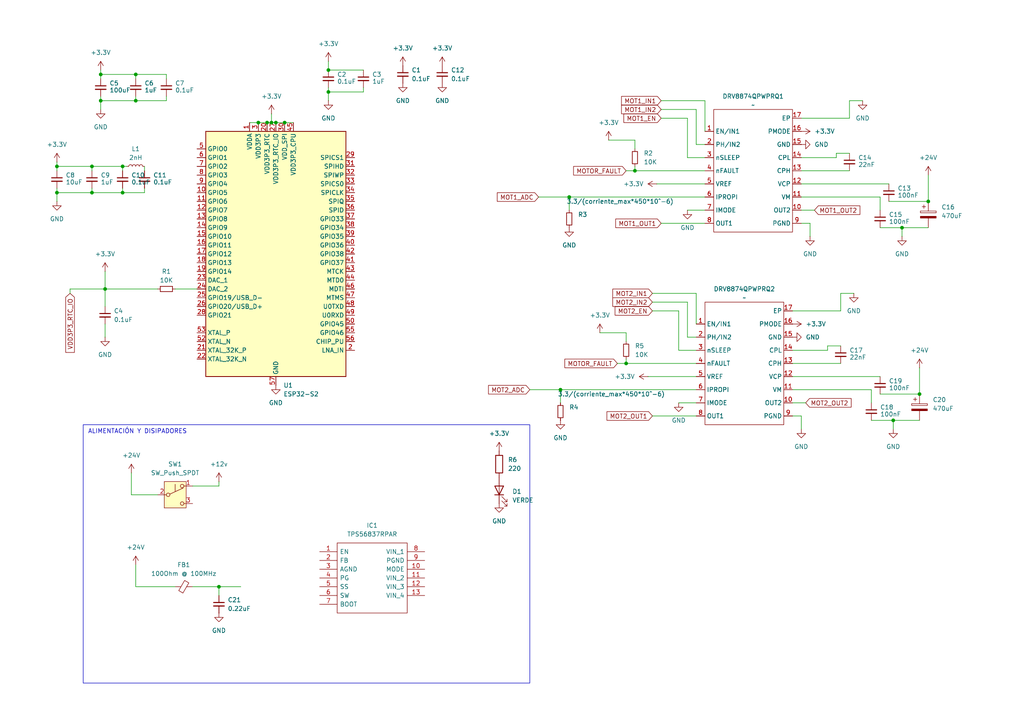
<source format=kicad_sch>
(kicad_sch (version 20231120) (generator "eeschema") (generator_version "8.0")
  (paper "A4")
  (lib_symbols
    (symbol "Device:C_Polarized" (pin_numbers hide) (pin_names (offset 0.254))
      (property "Reference" "C" (at 0.635 2.54 0))
      (property "Value" "C_Polarized" (at 0.635 -2.54 0))
      (symbol "C_Polarized_0_1"
        (rectangle (start -2.286 0.508) (end 2.286 1.016))
        (polyline (pts (xy -1.778 2.286) (xy -0.762 2.286)))
        (polyline (pts (xy -1.27 2.794) (xy -1.27 1.778)))
        (rectangle (start 2.286 -0.508) (end -2.286 -1.016) (fill (type outline)))
      )
      (symbol "C_Polarized_1_1"
        (pin passive line (at 0 3.81 270) (length 2.794) (name "~") (number "1"))
        (pin passive line (at 0 -3.81 90) (length 2.794) (name "~") (number "2"))
      )
    )
    (symbol "Device:C_Small" (pin_numbers hide) (pin_names (offset 0.254) hide)
      (property "Reference" "C" (at 0.254 1.778 0))
      (property "Value" "C_Small" (at 0.254 -2.032 0))
      (symbol "C_Small_0_1"
        (polyline (pts (xy -1.524 -0.508) (xy 1.524 -0.508)) (stroke (width 0.3302)))
        (polyline (pts (xy -1.524 0.508) (xy 1.524 0.508)) (stroke (width 0.3048)))
      )
      (symbol "C_Small_1_1"
        (pin passive line (at 0 2.54 270) (length 2.032) (name "~") (number "1"))
        (pin passive line (at 0 -2.54 90) (length 2.032) (name "~") (number "2"))
      )
    )
    (symbol "Device:FerriteBead_Small" (pin_numbers hide) (pin_names (offset 0))
      (property "Reference" "FB" (at 1.905 1.27 0))
      (property "Value" "FerriteBead_Small" (at 1.905 -1.27 0))
      (symbol "FerriteBead_Small_0_1"
        (polyline (pts (xy 0 -1.27) (xy 0 -0.7874)))
        (polyline (pts (xy 0 0.889) (xy 0 1.2954)))
        (polyline (pts (xy -1.8288 0.2794) (xy -1.1176 1.4986) (xy 1.8288 -0.2032) (xy 1.1176 -1.4224) (xy -1.8288 0.2794)))
      )
      (symbol "FerriteBead_Small_1_1"
        (pin passive line (at 0 2.54 270) (length 1.27) (name "~") (number "1"))
        (pin passive line (at 0 -2.54 90) (length 1.27) (name "~") (number "2"))
      )
    )
    (symbol "Device:LED" (pin_numbers hide) (pin_names (offset 1.016) hide)
      (property "Reference" "D" (at 0 2.54 0))
      (property "Value" "LED" (at 0 -2.54 0))
      (symbol "LED_0_1"
        (polyline (pts (xy -1.27 -1.27) (xy -1.27 1.27)) (stroke (width 0.254)))
        (polyline (pts (xy -1.27 0) (xy 1.27 0)))
        (polyline (pts (xy 1.27 -1.27) (xy 1.27 1.27) (xy -1.27 0) (xy 1.27 -1.27)) (stroke (width 0.254)))
        (polyline (pts (xy -3.048 -0.762) (xy -4.572 -2.286) (xy -3.81 -2.286) (xy -4.572 -2.286) (xy -4.572 -1.524)))
        (polyline (pts (xy -1.778 -0.762) (xy -3.302 -2.286) (xy -2.54 -2.286) (xy -3.302 -2.286) (xy -3.302 -1.524)))
      )
      (symbol "LED_1_1"
        (pin passive line (at -3.81 0 0) (length 2.54) (name "K") (number "1"))
        (pin passive line (at 3.81 0 180) (length 2.54) (name "A") (number "2"))
      )
    )
    (symbol "Device:L_Small" (pin_numbers hide) (pin_names (offset 0.254) hide)
      (property "Reference" "L" (at 0.762 1.016 0))
      (property "Value" "L_Small" (at 0.762 -1.016 0))
      (symbol "L_Small_0_1"
        (arc (start 0 -2.032) (mid 0.5058 -1.524) (end 0 -1.016))
        (arc (start 0 -1.016) (mid 0.5058 -0.508) (end 0 0))
        (arc (start 0 0) (mid 0.5058 0.508) (end 0 1.016))
        (arc (start 0 1.016) (mid 0.5058 1.524) (end 0 2.032))
      )
      (symbol "L_Small_1_1"
        (pin passive line (at 0 2.54 270) (length 0.508) (name "~") (number "1"))
        (pin passive line (at 0 -2.54 90) (length 0.508) (name "~") (number "2"))
      )
    )
    (symbol "Device:R" (pin_numbers hide) (pin_names (offset 0))
      (property "Reference" "R" (at 2.032 0 90))
      (property "Value" "R" (at 0 0 90))
      (symbol "R_0_1"
        (rectangle (start -1.016 -2.54) (end 1.016 2.54) (stroke (width 0.254)))
      )
      (symbol "R_1_1"
        (pin passive line (at 0 3.81 270) (length 1.27) (name "~") (number "1"))
        (pin passive line (at 0 -3.81 90) (length 1.27) (name "~") (number "2"))
      )
    )
    (symbol "Device:R_Small" (pin_numbers hide) (pin_names (offset 0.254) hide)
      (property "Reference" "R" (at 0.762 0.508 0))
      (property "Value" "R_Small" (at 0.762 -1.016 0))
      (symbol "R_Small_0_1"
        (rectangle (start -0.762 1.778) (end 0.762 -1.778) (stroke (width 0.2032)))
      )
      (symbol "R_Small_1_1"
        (pin passive line (at 0 2.54 270) (length 0.762) (name "~") (number "1"))
        (pin passive line (at 0 -2.54 90) (length 0.762) (name "~") (number "2"))
      )
    )
    (symbol "FoBo2:DRV8874QPWPRQ1"
      (property "Reference" "U" (at 0 0 0))
      (symbol "DRV8874QPWPRQ1_0_1"
        (rectangle (start 0 -33.02) (end 22.86 2.54))
      )
      (symbol "DRV8874QPWPRQ1_1_1"
        (pin input line (at -2.54 -3.81 0) (length 2.54) (name "EN/IN1") (number "1"))
        (pin input line (at 25.4 -26.67 180) (length 2.54) (name "OUT2") (number "10"))
        (pin input line (at 25.4 -22.86 180) (length 2.54) (name "VM") (number "11"))
        (pin input line (at 25.4 -19.05 180) (length 2.54) (name "VCP") (number "12"))
        (pin input line (at 25.4 -15.24 180) (length 2.54) (name "CPH") (number "13"))
        (pin input line (at 25.4 -11.43 180) (length 2.54) (name "CPL") (number "14"))
        (pin input line (at 25.4 -7.62 180) (length 2.54) (name "GND") (number "15"))
        (pin input line (at 25.4 -3.81 180) (length 2.54) (name "PMODE") (number "16"))
        (pin input line (at 25.4 0 180) (length 2.54) (name "EP") (number "17"))
        (pin input line (at -2.54 -7.62 0) (length 2.54) (name "PH/IN2") (number "2"))
        (pin input line (at -2.54 -11.43 0) (length 2.54) (name "nSLEEP") (number "3"))
        (pin input line (at -2.54 -15.24 0) (length 2.54) (name "nFAULT") (number "4"))
        (pin input line (at -2.54 -19.05 0) (length 2.54) (name "VREF") (number "5"))
        (pin input line (at -2.54 -22.86 0) (length 2.54) (name "IPROPI") (number "6"))
        (pin input line (at -2.54 -26.67 0) (length 2.54) (name "IMODE") (number "7"))
        (pin input line (at -2.54 -30.48 0) (length 2.54) (name "OUT1") (number "8"))
        (pin input line (at 25.4 -30.48 180) (length 2.54) (name "PGND") (number "9"))
      )
    )
    (symbol "FoBo2:TPS56837RPAR" (pin_names (offset 0.762))
      (property "Reference" "IC" (at 26.67 7.62 0))
      (property "Value" "TPS56837RPAR" (at 26.67 5.08 0))
      (symbol "TPS56837RPAR_0_0"
        (pin passive line (at 0 0 0) (length 5.08) (name "EN") (number "1"))
        (pin passive line (at 30.48 -5.08 180) (length 5.08) (name "MODE") (number "10"))
        (pin passive line (at 30.48 -7.62 180) (length 5.08) (name "VIN_2") (number "11"))
        (pin passive line (at 30.48 -10.16 180) (length 5.08) (name "VIN_3") (number "12"))
        (pin passive line (at 30.48 -12.7 180) (length 5.08) (name "VIN_4") (number "13"))
        (pin passive line (at 0 -2.54 0) (length 5.08) (name "FB") (number "2"))
        (pin passive line (at 0 -5.08 0) (length 5.08) (name "AGND") (number "3"))
        (pin passive line (at 0 -7.62 0) (length 5.08) (name "PG") (number "4"))
        (pin passive line (at 0 -10.16 0) (length 5.08) (name "SS") (number "5"))
        (pin passive line (at 0 -12.7 0) (length 5.08) (name "SW") (number "6"))
        (pin passive line (at 0 -15.24 0) (length 5.08) (name "BOOT") (number "7"))
        (pin passive line (at 30.48 0 180) (length 5.08) (name "VIN_1") (number "8"))
        (pin passive line (at 30.48 -2.54 180) (length 5.08) (name "PGND") (number "9"))
      )
      (symbol "TPS56837RPAR_0_1"
        (polyline (pts (xy 5.08 2.54) (xy 25.4 2.54) (xy 25.4 -17.78) (xy 5.08 -17.78) (xy 5.08 2.54)) (stroke (width 0.1524)))
      )
    )
    (symbol "MCU_Espressif:ESP32-S2"
      (property "Reference" "U" (at 12.7 -38.1 0))
      (property "Value" "ESP32-S2" (at 16.51 -40.64 0))
      (symbol "ESP32-S2_0_1"
        (rectangle (start -20.32 35.56) (end 20.32 -35.56) (stroke (width 0.254)) (fill (type background)))
      )
      (symbol "ESP32-S2_1_1"
        (pin power_in line (at -7.62 38.1 270) (length 2.54) (name "VDDA") (number "1"))
        (pin bidirectional line (at -22.86 17.78 0) (length 2.54) (name "GPIO5") (number "10"))
        (pin bidirectional line (at -22.86 15.24 0) (length 2.54) (name "GPIO6") (number "11"))
        (pin bidirectional line (at -22.86 12.7 0) (length 2.54) (name "GPIO7") (number "12"))
        (pin bidirectional line (at -22.86 10.16 0) (length 2.54) (name "GPIO8") (number "13"))
        (pin bidirectional line (at -22.86 7.62 0) (length 2.54) (name "GPIO9") (number "14"))
        (pin bidirectional line (at -22.86 5.08 0) (length 2.54) (name "GPIO10") (number "15"))
        (pin bidirectional line (at -22.86 2.54 0) (length 2.54) (name "GPIO11") (number "16"))
        (pin bidirectional line (at -22.86 0 0) (length 2.54) (name "GPIO12") (number "17"))
        (pin bidirectional line (at -22.86 -2.54 0) (length 2.54) (name "GPIO13") (number "18"))
        (pin bidirectional line (at -22.86 -5.08 0) (length 2.54) (name "GPIO14") (number "19"))
        (pin bidirectional line (at 22.86 -27.94 180) (length 2.54) (name "LNA_IN") (number "2"))
        (pin power_in line (at -2.54 38.1 270) (length 2.54) (name "VDD3P3_RTC") (number "20"))
        (pin passive line (at -22.86 -27.94 0) (length 2.54) (name "XTAL_32K_P") (number "21"))
        (pin passive line (at -22.86 -30.48 0) (length 2.54) (name "XTAL_32K_N") (number "22"))
        (pin bidirectional line (at -22.86 -7.62 0) (length 2.54) (name "DAC_1") (number "23"))
        (pin bidirectional line (at -22.86 -10.16 0) (length 2.54) (name "DAC_2") (number "24"))
        (pin bidirectional line (at -22.86 -12.7 0) (length 2.54) (name "GPIO19/USB_D-") (number "25"))
        (pin bidirectional line (at -22.86 -15.24 0) (length 2.54) (name "GPIO20/USB_D+") (number "26"))
        (pin power_in line (at 0 38.1 270) (length 2.54) (name "VDD3P3_RTC_IO") (number "27"))
        (pin bidirectional line (at -22.86 -17.78 0) (length 2.54) (name "GPIO21") (number "28"))
        (pin bidirectional line (at 22.86 27.94 180) (length 2.54) (name "SPICS1") (number "29"))
        (pin power_in line (at -5.08 38.1 270) (length 2.54) (name "VDD3P3") (number "3"))
        (pin power_out line (at 2.54 38.1 270) (length 2.54) (name "VDD_SPI") (number "30"))
        (pin bidirectional line (at 22.86 25.4 180) (length 2.54) (name "SPIHD") (number "31"))
        (pin bidirectional line (at 22.86 22.86 180) (length 2.54) (name "SPIWP") (number "32"))
        (pin bidirectional line (at 22.86 20.32 180) (length 2.54) (name "SPICS0") (number "33"))
        (pin bidirectional line (at 22.86 17.78 180) (length 2.54) (name "SPICLK") (number "34"))
        (pin bidirectional line (at 22.86 15.24 180) (length 2.54) (name "SPIQ") (number "35"))
        (pin bidirectional line (at 22.86 12.7 180) (length 2.54) (name "SPID") (number "36"))
        (pin bidirectional line (at 22.86 10.16 180) (length 2.54) (name "GPIO33") (number "37"))
        (pin bidirectional line (at 22.86 7.62 180) (length 2.54) (name "GPIO34") (number "38"))
        (pin bidirectional line (at 22.86 5.08 180) (length 2.54) (name "GPIO35") (number "39"))
        (pin passive line (at -5.08 38.1 270) (length 2.54) hide (name "VDD3P3") (number "4"))
        (pin bidirectional line (at 22.86 2.54 180) (length 2.54) (name "GPIO36") (number "40"))
        (pin bidirectional line (at 22.86 -2.54 180) (length 2.54) (name "GPIO37") (number "41"))
        (pin bidirectional line (at 22.86 0 180) (length 2.54) (name "GPIO38") (number "42"))
        (pin bidirectional line (at 22.86 -5.08 180) (length 2.54) (name "MTCK") (number "43"))
        (pin bidirectional line (at 22.86 -7.62 180) (length 2.54) (name "MTD0") (number "44"))
        (pin power_in line (at 5.08 38.1 270) (length 2.54) (name "VDD3P3_CPU") (number "45"))
        (pin bidirectional line (at 22.86 -10.16 180) (length 2.54) (name "MDTI") (number "46"))
        (pin bidirectional line (at 22.86 -12.7 180) (length 2.54) (name "MTMS") (number "47"))
        (pin bidirectional line (at 22.86 -15.24 180) (length 2.54) (name "U0TXD") (number "48"))
        (pin bidirectional line (at 22.86 -17.78 180) (length 2.54) (name "U0RXD") (number "49"))
        (pin bidirectional line (at -22.86 30.48 0) (length 2.54) (name "GPIO0") (number "5"))
        (pin bidirectional line (at 22.86 -20.32 180) (length 2.54) (name "GPIO45") (number "50"))
        (pin passive line (at -7.62 38.1 270) (length 2.54) hide (name "VDDA") (number "51"))
        (pin output line (at -22.86 -25.4 0) (length 2.54) (name "XTAL_N") (number "52"))
        (pin input line (at -22.86 -22.86 0) (length 2.54) (name "XTAL_P") (number "53"))
        (pin passive line (at -7.62 38.1 270) (length 2.54) hide (name "VDDA") (number "54"))
        (pin input line (at 22.86 -22.86 180) (length 2.54) (name "GPIO46") (number "55"))
        (pin input line (at 22.86 -25.4 180) (length 2.54) (name "CHIP_PU") (number "56"))
        (pin power_in line (at 0 -38.1 90) (length 2.54) (name "GND") (number "57"))
        (pin bidirectional line (at -22.86 27.94 0) (length 2.54) (name "GPIO1") (number "6"))
        (pin bidirectional line (at -22.86 25.4 0) (length 2.54) (name "GPIO2") (number "7"))
        (pin bidirectional line (at -22.86 22.86 0) (length 2.54) (name "GPIO3") (number "8"))
        (pin bidirectional line (at -22.86 20.32 0) (length 2.54) (name "GPIO4") (number "9"))
      )
    )
    (symbol "Switch:SW_Push_SPDT" (pin_names (offset 0) hide)
      (property "Reference" "SW" (at 0 5.08 0))
      (property "Value" "SW_Push_SPDT" (at 0 -5.08 0))
      (symbol "SW_Push_SPDT_0_0"
        (circle (center -2.032 0) (radius 0.508))
        (polyline (pts (xy 0 1.016) (xy 0 3.048)))
        (circle (center 2.032 -2.54) (radius 0.508))
      )
      (symbol "SW_Push_SPDT_0_1"
        (polyline (pts (xy -1.524 0.2032) (xy 2.3368 1.9812)))
        (circle (center 2.032 2.54) (radius 0.508))
      )
      (symbol "SW_Push_SPDT_1_1"
        (rectangle (start -3.175 3.81) (end 3.175 -3.81) (fill (type background)))
        (pin passive line (at 5.08 2.54 180) (length 2.54) (name "A") (number "1"))
        (pin passive line (at -5.08 0 0) (length 2.54) (name "B") (number "2"))
        (pin passive line (at 5.08 -2.54 180) (length 2.54) (name "C") (number "3"))
      )
    )
    (symbol "power:+3.3V" (power) (pin_numbers hide) (pin_names (offset 0) hide)
      (property "Value" "+3.3V" (at 0 3.556 0))
      (symbol "+3.3V_0_1"
        (polyline (pts (xy -0.762 1.27) (xy 0 2.54)))
        (polyline (pts (xy 0 0) (xy 0 2.54)))
        (polyline (pts (xy 0 2.54) (xy 0.762 1.27)))
      )
      (symbol "+3.3V_1_1"
        (pin power_in line (at 0 0 90) (length 0) (name "~") (number "1"))
      )
    )
    (symbol "power:GND" (power) (pin_numbers hide) (pin_names (offset 0) hide)
      (property "Value" "GND" (at 0 -3.81 0))
      (symbol "GND_0_1"
        (polyline (pts (xy 0 0) (xy 0 -1.27) (xy 1.27 -1.27) (xy 0 -2.54) (xy -1.27 -1.27) (xy 0 -1.27)))
      )
      (symbol "GND_1_1"
        (pin power_in line (at 0 0 270) (length 0) (name "~") (number "1"))
      )
    )
  )
  (junction (at 80.01 35.56))
  (junction (at 82.55 35.56))
  (junction (at 181.61 105.41))
  (junction (at 95.25 20.32))
  (junction (at 261.62 66.04))
  (junction (at 30.48 83.82))
  (junction (at 77.47 35.56))
  (junction (at 29.21 21.59))
  (junction (at 266.7 114.3))
  (junction (at 269.24 58.42))
  (junction (at 35.56 55.88))
  (junction (at 29.21 29.21))
  (junction (at 26.67 48.26))
  (junction (at 184.15 49.53))
  (junction (at 259.08 121.92))
  (junction (at 16.51 55.88))
  (junction (at 162.56 113.03))
  (junction (at 16.51 48.26))
  (junction (at 63.5 170.18))
  (junction (at 74.93 35.56))
  (junction (at 39.37 29.21))
  (junction (at 165.1 57.15))
  (junction (at 95.25 26.67))
  (junction (at 39.37 21.59))
  (junction (at 26.67 55.88))
  (junction (at 78.74 35.56))
  (junction (at 35.56 48.26))
  (wire (pts (xy 252.73 113.03) (xy 252.73 116.84)))
  (wire (pts (xy 191.77 34.29) (xy 199.39 34.29)))
  (wire (pts (xy 181.61 96.52) (xy 181.61 99.06)))
  (wire (pts (xy 229.87 116.84) (xy 233.68 116.84)))
  (wire (pts (xy 63.5 170.18) (xy 63.5 172.72)))
  (wire (pts (xy 48.26 29.21) (xy 39.37 29.21)))
  (wire (pts (xy 16.51 46.99) (xy 16.51 48.26)))
  (wire (pts (xy 39.37 170.18) (xy 50.8 170.18)))
  (wire (pts (xy 232.41 34.29) (xy 246.38 34.29)))
  (wire (pts (xy 29.21 29.21) (xy 29.21 27.94)))
  (wire (pts (xy 229.87 105.41) (xy 243.84 105.41)))
  (wire (pts (xy 176.53 40.64) (xy 184.15 40.64)))
  (wire (pts (xy 232.41 45.72) (xy 242.57 45.72)))
  (wire (pts (xy 95.25 26.67) (xy 95.25 25.4)))
  (wire (pts (xy 199.39 97.79) (xy 201.93 97.79)))
  (wire (pts (xy 232.41 60.96) (xy 236.22 60.96)))
  (wire (pts (xy 48.26 22.86) (xy 48.26 21.59)))
  (wire (pts (xy 55.88 170.18) (xy 63.5 170.18)))
  (wire (pts (xy 72.39 35.56) (xy 74.93 35.56)))
  (wire (pts (xy 105.41 25.4) (xy 105.41 26.67)))
  (wire (pts (xy 36.83 48.26) (xy 35.56 48.26)))
  (wire (pts (xy 229.87 120.65) (xy 232.41 120.65)))
  (wire (pts (xy 78.74 35.56) (xy 80.01 35.56)))
  (wire (pts (xy 16.51 48.26) (xy 26.67 48.26)))
  (wire (pts (xy 38.1 143.51) (xy 45.72 143.51)))
  (wire (pts (xy 204.47 29.21) (xy 204.47 38.1)))
  (wire (pts (xy 184.15 49.53) (xy 204.47 49.53)))
  (wire (pts (xy 95.25 20.32) (xy 105.41 20.32)))
  (wire (pts (xy 165.1 60.96) (xy 165.1 57.15)))
  (wire (pts (xy 201.93 85.09) (xy 201.93 93.98)))
  (wire (pts (xy 30.48 78.74) (xy 30.48 83.82)))
  (wire (pts (xy 16.51 55.88) (xy 16.51 54.61)))
  (wire (pts (xy 243.84 85.09) (xy 247.65 85.09)))
  (wire (pts (xy 63.5 139.7) (xy 63.5 140.97)))
  (wire (pts (xy 35.56 49.53) (xy 35.56 48.26)))
  (wire (pts (xy 26.67 55.88) (xy 16.51 55.88)))
  (wire (pts (xy 269.24 50.8) (xy 269.24 58.42)))
  (wire (pts (xy 30.48 93.98) (xy 30.48 97.79)))
  (wire (pts (xy 232.41 49.53) (xy 246.38 49.53)))
  (wire (pts (xy 257.81 58.42) (xy 269.24 58.42)))
  (wire (pts (xy 16.51 48.26) (xy 16.51 49.53)))
  (wire (pts (xy 48.26 27.94) (xy 48.26 29.21)))
  (wire (pts (xy 201.93 116.84) (xy 196.85 116.84)))
  (wire (pts (xy 196.85 90.17) (xy 196.85 101.6)))
  (wire (pts (xy 232.41 64.77) (xy 234.95 64.77)))
  (wire (pts (xy 95.25 17.78) (xy 95.25 20.32)))
  (wire (pts (xy 229.87 113.03) (xy 252.73 113.03)))
  (wire (pts (xy 39.37 27.94) (xy 39.37 29.21)))
  (wire (pts (xy 63.5 140.97) (xy 55.88 140.97)))
  (wire (pts (xy 156.21 57.15) (xy 165.1 57.15)))
  (wire (pts (xy 63.5 170.18) (xy 69.85 170.18)))
  (wire (pts (xy 29.21 20.32) (xy 29.21 21.59)))
  (wire (pts (xy 259.08 121.92) (xy 259.08 124.46)))
  (wire (pts (xy 232.41 57.15) (xy 255.27 57.15)))
  (wire (pts (xy 189.23 120.65) (xy 201.93 120.65)))
  (wire (pts (xy 266.7 106.68) (xy 266.7 114.3)))
  (wire (pts (xy 41.91 49.53) (xy 41.91 48.26)))
  (wire (pts (xy 26.67 54.61) (xy 26.67 55.88)))
  (wire (pts (xy 191.77 29.21) (xy 204.47 29.21)))
  (wire (pts (xy 189.23 85.09) (xy 201.93 85.09)))
  (wire (pts (xy 240.03 101.6) (xy 240.03 100.33)))
  (wire (pts (xy 39.37 29.21) (xy 29.21 29.21)))
  (wire (pts (xy 232.41 53.34) (xy 257.81 53.34)))
  (wire (pts (xy 153.67 113.03) (xy 162.56 113.03)))
  (wire (pts (xy 80.01 35.56) (xy 82.55 35.56)))
  (wire (pts (xy 229.87 109.22) (xy 255.27 109.22)))
  (wire (pts (xy 74.93 35.56) (xy 77.47 35.56)))
  (wire (pts (xy 181.61 105.41) (xy 201.93 105.41)))
  (wire (pts (xy 41.91 55.88) (xy 35.56 55.88)))
  (wire (pts (xy 261.62 66.04) (xy 269.24 66.04)))
  (wire (pts (xy 242.57 44.45) (xy 246.38 44.45)))
  (wire (pts (xy 232.41 120.65) (xy 232.41 124.46)))
  (wire (pts (xy 77.47 35.56) (xy 78.74 35.56)))
  (wire (pts (xy 16.51 58.42) (xy 16.51 55.88)))
  (wire (pts (xy 82.55 35.56) (xy 85.09 35.56)))
  (wire (pts (xy 259.08 121.92) (xy 266.7 121.92)))
  (wire (pts (xy 261.62 66.04) (xy 261.62 68.58)))
  (wire (pts (xy 191.77 64.77) (xy 204.47 64.77)))
  (wire (pts (xy 229.87 101.6) (xy 240.03 101.6)))
  (wire (pts (xy 255.27 114.3) (xy 266.7 114.3)))
  (wire (pts (xy 234.95 64.77) (xy 234.95 68.58)))
  (wire (pts (xy 187.96 109.22) (xy 201.93 109.22)))
  (wire (pts (xy 39.37 163.83) (xy 39.37 170.18)))
  (wire (pts (xy 173.99 96.52) (xy 181.61 96.52)))
  (wire (pts (xy 201.93 31.75) (xy 201.93 41.91)))
  (wire (pts (xy 78.74 33.02) (xy 78.74 35.56)))
  (wire (pts (xy 162.56 113.03) (xy 201.93 113.03)))
  (wire (pts (xy 246.38 29.21) (xy 250.19 29.21)))
  (wire (pts (xy 184.15 48.26) (xy 184.15 49.53)))
  (wire (pts (xy 181.61 104.14) (xy 181.61 105.41)))
  (wire (pts (xy 181.61 49.53) (xy 184.15 49.53)))
  (wire (pts (xy 252.73 121.92) (xy 259.08 121.92)))
  (wire (pts (xy 35.56 55.88) (xy 26.67 55.88)))
  (wire (pts (xy 38.1 137.16) (xy 38.1 143.51)))
  (wire (pts (xy 179.07 105.41) (xy 181.61 105.41)))
  (wire (pts (xy 20.32 83.82) (xy 30.48 83.82)))
  (wire (pts (xy 201.93 41.91) (xy 204.47 41.91)))
  (wire (pts (xy 50.8 83.82) (xy 57.15 83.82)))
  (wire (pts (xy 35.56 48.26) (xy 26.67 48.26)))
  (wire (pts (xy 30.48 83.82) (xy 45.72 83.82)))
  (wire (pts (xy 20.32 85.09) (xy 20.32 83.82)))
  (wire (pts (xy 162.56 116.84) (xy 162.56 113.03)))
  (wire (pts (xy 184.15 40.64) (xy 184.15 43.18)))
  (wire (pts (xy 204.47 60.96) (xy 199.39 60.96)))
  (wire (pts (xy 48.26 21.59) (xy 39.37 21.59)))
  (wire (pts (xy 105.41 26.67) (xy 95.25 26.67)))
  (wire (pts (xy 255.27 57.15) (xy 255.27 60.96)))
  (wire (pts (xy 199.39 87.63) (xy 199.39 97.79)))
  (wire (pts (xy 29.21 21.59) (xy 29.21 22.86)))
  (wire (pts (xy 196.85 101.6) (xy 201.93 101.6)))
  (wire (pts (xy 29.21 21.59) (xy 39.37 21.59)))
  (wire (pts (xy 41.91 54.61) (xy 41.91 55.88)))
  (wire (pts (xy 191.77 31.75) (xy 201.93 31.75)))
  (wire (pts (xy 242.57 45.72) (xy 242.57 44.45)))
  (wire (pts (xy 35.56 54.61) (xy 35.56 55.88)))
  (wire (pts (xy 190.5 53.34) (xy 204.47 53.34)))
  (wire (pts (xy 199.39 45.72) (xy 204.47 45.72)))
  (wire (pts (xy 199.39 34.29) (xy 199.39 45.72)))
  (wire (pts (xy 189.23 87.63) (xy 199.39 87.63)))
  (wire (pts (xy 240.03 100.33) (xy 243.84 100.33)))
  (wire (pts (xy 29.21 31.75) (xy 29.21 29.21)))
  (wire (pts (xy 189.23 90.17) (xy 196.85 90.17)))
  (wire (pts (xy 165.1 57.15) (xy 204.47 57.15)))
  (wire (pts (xy 95.25 29.21) (xy 95.25 26.67)))
  (wire (pts (xy 255.27 66.04) (xy 261.62 66.04)))
  (wire (pts (xy 39.37 21.59) (xy 39.37 22.86)))
  (wire (pts (xy 229.87 90.17) (xy 243.84 90.17)))
  (wire (pts (xy 246.38 34.29) (xy 246.38 29.21)))
  (wire (pts (xy 26.67 48.26) (xy 26.67 49.53)))
  (wire (pts (xy 243.84 90.17) (xy 243.84 85.09)))
  (wire (pts (xy 30.48 83.82) (xy 30.48 88.9)))
  (rectangle (start 24.13 123.19) (end 153.67 198.12))
  (text "ALIMENTACIÓN Y DISIPADORES" (at 39.878 125.222 0) (effects (font (size 1.27 1.27))))
  (global_label "MOT1_IN2" (shape input) (at 191.77 31.75 180) (property "Intersheetrefs" "${INTERSHEET_REFS}" (effects (hide yes))))
  (global_label "MOT1_OUT2" (shape input) (at 236.22 60.96 0) (property "Intersheetrefs" "${INTERSHEET_REFS}" (effects (hide yes))))
  (global_label "MOT1_EN" (shape input) (at 191.77 34.29 180) (property "Intersheetrefs" "${INTERSHEET_REFS}" (effects (hide yes))))
  (global_label "VDD3P3_RTC_IO" (shape input) (at 20.32 85.09 270) (property "Intersheetrefs" "${INTERSHEET_REFS}" (effects (hide yes))))
  (global_label "MOT2_ADC" (shape input) (at 153.67 113.03 180) (property "Intersheetrefs" "${INTERSHEET_REFS}" (effects (hide yes))))
  (global_label "MOTOR_FAULT" (shape input) (at 179.07 105.41 180) (property "Intersheetrefs" "${INTERSHEET_REFS}" (effects (hide yes))))
  (global_label "MOT2_IN1" (shape input) (at 189.23 85.09 180) (property "Intersheetrefs" "${INTERSHEET_REFS}" (effects (hide yes))))
  (global_label "MOTOR_FAULT" (shape input) (at 181.61 49.53 180) (property "Intersheetrefs" "${INTERSHEET_REFS}" (effects (hide yes))))
  (global_label "MOT2_IN2" (shape input) (at 189.23 87.63 180) (property "Intersheetrefs" "${INTERSHEET_REFS}" (effects (hide yes))))
  (global_label "MOT1_OUT1" (shape input) (at 191.77 64.77 180) (property "Intersheetrefs" "${INTERSHEET_REFS}" (effects (hide yes))))
  (global_label "MOT1_IN1" (shape input) (at 191.77 29.21 180) (property "Intersheetrefs" "${INTERSHEET_REFS}" (effects (hide yes))))
  (global_label "MOT2_OUT1" (shape input) (at 189.23 120.65 180) (property "Intersheetrefs" "${INTERSHEET_REFS}" (effects (hide yes))))
  (global_label "MOT1_ADC" (shape input) (at 156.21 57.15 180) (property "Intersheetrefs" "${INTERSHEET_REFS}" (effects (hide yes))))
  (global_label "MOT2_EN" (shape input) (at 189.23 90.17 180) (property "Intersheetrefs" "${INTERSHEET_REFS}" (effects (hide yes))))
  (global_label "MOT2_OUT2" (shape input) (at 233.68 116.84 0) (property "Intersheetrefs" "${INTERSHEET_REFS}" (effects (hide yes))))
  (symbol (lib_id "power:+3.3V") (at 176.53 40.64 0) (unit 1)
    (property "Reference" "#PWR023" (effects (hide yes)))
    (property "Value" "+3.3V" (at 176.53 35.56 0))
    (property "Description" "Power symbol creates a global label with name \"+3.3V\"" (effects (hide yes)))
  )
  (symbol (lib_id "Device:C_Small") (at 63.5 175.26 0) (unit 1)
    (property "Reference" "C21" (at 66.04 173.9962 0) (effects (justify left)))
    (property "Value" "0.22uF" (at 66.04 176.5362 0) (effects (justify left)))
    (property "Footprint" "Capacitor_SMD:C_1206_3216Metric" (effects (hide yes)))
    (property "Description" "Unpolarized capacitor, small symbol" (effects (hide yes)))
  )
  (symbol (lib_id "power:+3.3V") (at 266.7 106.68 0) (unit 1)
    (property "Reference" "#PWR034" (effects (hide yes)))
    (property "Value" "+24V" (at 266.7 101.6 0))
    (property "Description" "Power symbol creates a global label with name \"+3.3V\"" (effects (hide yes)))
  )
  (symbol (lib_id "Device:C_Small") (at 41.91 52.07 0) (unit 1)
    (property "Reference" "C11" (at 44.45 50.8062 0) (effects (justify left)))
    (property "Value" "0.1uF" (at 44.45 52.832 0) (effects (justify left)))
    (property "Description" "Unpolarized capacitor, small symbol" (effects (hide yes)))
  )
  (symbol (lib_id "FoBo2:DRV8874QPWPRQ1") (at 207.01 34.29 0) (unit 1)
    (property "Reference" "DRV8874QPWPRQ1" (at 218.44 27.94 0))
    (property "Value" "~" (at 218.44 30.48 0))
  )
  (symbol (lib_id "Switch:SW_Push_SPDT") (at 50.8 143.51 0) (unit 1)
    (property "Reference" "SW1" (at 50.8 134.62 0))
    (property "Value" "SW_Push_SPDT" (at 50.8 137.16 0))
    (property "Footprint" "conn_microsd:Switch_Slide" (effects (hide yes)))
    (property "Description" "Momentary Switch, single pole double throw" (effects (hide yes)))
  )
  (symbol (lib_id "power:GND") (at 234.95 68.58 0) (unit 1)
    (property "Reference" "#PWR016" (effects (hide yes)))
    (property "Value" "GND" (at 234.95 73.66 0))
    (property "Description" "Power symbol creates a global label with name \"GND\" , ground" (effects (hide yes)))
  )
  (symbol (lib_id "Device:C_Polarized") (at 266.7 118.11 0) (unit 1)
    (property "Reference" "C20" (at 270.51 115.9509 0) (effects (justify left)))
    (property "Value" "470uF" (at 270.51 118.4909 0) (effects (justify left)))
    (property "Description" "Polarized capacitor" (effects (hide yes)))
  )
  (symbol (lib_id "Device:C_Small") (at 35.56 52.07 0) (unit 1)
    (property "Reference" "C10" (at 38.1 50.8062 0) (effects (justify left)))
    (property "Value" "0.1uF" (at 38.1 52.832 0) (effects (justify left)))
    (property "Description" "Unpolarized capacitor, small symbol" (effects (hide yes)))
  )
  (symbol (lib_id "power:GND") (at 30.48 97.79 0) (unit 1)
    (property "Reference" "#PWR08" (effects (hide yes)))
    (property "Value" "GND" (at 30.48 102.87 0))
    (property "Description" "Power symbol creates a global label with name \"GND\" , ground" (effects (hide yes)))
  )
  (symbol (lib_id "Device:C_Small") (at 255.27 63.5 0) (unit 1)
    (property "Reference" "C15" (at 257.81 62.2362 0) (effects (justify left)))
    (property "Value" "100nF" (at 257.81 64.262 0) (effects (justify left)))
    (property "Description" "Unpolarized capacitor, small symbol" (effects (hide yes)))
  )
  (symbol (lib_id "Device:R_Small") (at 181.61 101.6 0) (unit 1)
    (property "Reference" "R5" (at 184.15 100.3299 0) (effects (justify left)))
    (property "Value" "10K" (at 184.15 102.8699 0) (effects (justify left)))
    (property "Description" "Resistor, small symbol" (effects (hide yes)))
  )
  (symbol (lib_id "Device:C_Small") (at 116.84 21.59 0) (unit 1)
    (property "Reference" "C1" (at 119.38 20.3262 0) (effects (justify left)))
    (property "Value" "0.1uF" (at 119.38 22.8662 0) (effects (justify left)))
    (property "Description" "Unpolarized capacitor, small symbol" (effects (hide yes)))
  )
  (symbol (lib_id "Device:FerriteBead_Small") (at 53.34 170.18 90) (unit 1)
    (property "Reference" "FB1" (at 53.3019 163.83 90))
    (property "Value" "100Ohm @ 100MHz" (at 53.3019 166.37 90))
    (property "Footprint" "Inductor_SMD:L_0805_2012Metric" (effects (hide yes)))
    (property "Description" "Ferrite bead, small symbol" (effects (hide yes)))
  )
  (symbol (lib_id "FoBo2:DRV8874QPWPRQ1") (at 204.47 90.17 0) (unit 1)
    (property "Reference" "DRV8874QPWPRQ2" (at 215.9 83.82 0))
    (property "Value" "~" (at 215.9 86.36 0))
  )
  (symbol (lib_id "power:+3.3V") (at 173.99 96.52 0) (unit 1)
    (property "Reference" "#PWR026" (effects (hide yes)))
    (property "Value" "+3.3V" (at 173.99 91.44 0))
    (property "Description" "Power symbol creates a global label with name \"+3.3V\"" (effects (hide yes)))
  )
  (symbol (lib_id "Device:R_Small") (at 184.15 45.72 0) (unit 1)
    (property "Reference" "R2" (at 186.69 44.4499 0) (effects (justify left)))
    (property "Value" "10K" (at 186.69 46.9899 0) (effects (justify left)))
    (property "Description" "Resistor, small symbol" (effects (hide yes)))
  )
  (symbol (lib_id "power:+3.3V") (at 232.41 38.1 270) (unit 1)
    (property "Reference" "#PWR022" (effects (hide yes)))
    (property "Value" "+3.3V" (at 236.22 38.0999 90) (effects (justify left)))
    (property "Description" "Power symbol creates a global label with name \"+3.3V\"" (effects (hide yes)))
  )
  (symbol (lib_id "Device:C_Small") (at 48.26 25.4 0) (unit 1)
    (property "Reference" "C7" (at 50.8 24.1362 0) (effects (justify left)))
    (property "Value" "0.1uF" (at 50.8 26.162 0) (effects (justify left)))
    (property "Description" "Unpolarized capacitor, small symbol" (effects (hide yes)))
  )
  (symbol (lib_id "power:+3.3V") (at 30.48 78.74 0) (unit 1)
    (property "Reference" "#PWR07" (effects (hide yes)))
    (property "Value" "+3.3V" (at 30.48 73.66 0))
    (property "Description" "Power symbol creates a global label with name \"+3.3V\"" (effects (hide yes)))
  )
  (symbol (lib_id "Device:C_Small") (at 257.81 55.88 0) (unit 1)
    (property "Reference" "C13" (at 260.35 54.6162 0) (effects (justify left)))
    (property "Value" "100nF" (at 260.35 56.642 0) (effects (justify left)))
    (property "Description" "Unpolarized capacitor, small symbol" (effects (hide yes)))
  )
  (symbol (lib_id "Device:R_Small") (at 165.1 63.5 0) (unit 1)
    (property "Reference" "R3" (at 167.64 62.2299 0) (effects (justify left)))
    (property "Value" "3.3/(corriente_max*450*10^-6)" (at 164.338 58.42 0) (effects (justify left)))
    (property "Description" "Resistor, small symbol" (effects (hide yes)))
  )
  (symbol (lib_id "power:GND") (at 232.41 124.46 0) (unit 1)
    (property "Reference" "#PWR031" (effects (hide yes)))
    (property "Value" "GND" (at 232.41 129.54 0))
    (property "Description" "Power symbol creates a global label with name \"GND\" , ground" (effects (hide yes)))
  )
  (symbol (lib_id "Device:C_Small") (at 29.21 25.4 0) (unit 1)
    (property "Reference" "C5" (at 31.75 24.1362 0) (effects (justify left)))
    (property "Value" "100uF" (at 31.75 26.162 0) (effects (justify left)))
    (property "Description" "Unpolarized capacitor, small symbol" (effects (hide yes)))
  )
  (symbol (lib_id "power:GND") (at 95.25 29.21 0) (unit 1)
    (property "Reference" "#PWR06" (effects (hide yes)))
    (property "Value" "GND" (at 95.25 34.29 0))
    (property "Description" "Power symbol creates a global label with name \"GND\" , ground" (effects (hide yes)))
  )
  (symbol (lib_id "power:GND") (at 199.39 60.96 0) (unit 1)
    (property "Reference" "#PWR018" (effects (hide yes)))
    (property "Value" "GND" (at 199.39 66.04 0))
    (property "Description" "Power symbol creates a global label with name \"GND\" , ground" (effects (hide yes)))
  )
  (symbol (lib_id "power:GND") (at 247.65 85.09 0) (unit 1)
    (property "Reference" "#PWR032" (effects (hide yes)))
    (property "Value" "GND" (at 247.65 90.17 0))
    (property "Description" "Power symbol creates a global label with name \"GND\" , ground" (effects (hide yes)))
  )
  (symbol (lib_id "Device:R_Small") (at 48.26 83.82 90) (unit 1)
    (property "Reference" "R1" (at 48.26 78.74 90))
    (property "Value" "10K" (at 48.26 81.28 90))
    (property "Description" "Resistor, small symbol" (effects (hide yes)))
  )
  (symbol (lib_id "power:GND") (at 162.56 121.92 0) (unit 1)
    (property "Reference" "#PWR025" (effects (hide yes)))
    (property "Value" "GND" (at 162.56 127 0))
    (property "Description" "Power symbol creates a global label with name \"GND\" , ground" (effects (hide yes)))
  )
  (symbol (lib_id "power:+3.3V") (at 128.27 19.05 0) (unit 1)
    (property "Reference" "#PWR013" (effects (hide yes)))
    (property "Value" "+3.3V" (at 128.27 13.97 0))
    (property "Description" "Power symbol creates a global label with name \"+3.3V\"" (effects (hide yes)))
  )
  (symbol (lib_id "MCU_Espressif:ESP32-S2") (at 80.01 73.66 0) (unit 1)
    (property "Reference" "U1" (at 82.2041 111.76 0) (effects (justify left)))
    (property "Value" "ESP32-S2" (at 82.2041 114.3 0) (effects (justify left)))
    (property "Footprint" "Package_DFN_QFN:QFN-56-1EP_7x7mm_P0.4mm_EP4x4mm" (effects (hide yes)))
    (property "Datasheet" "https://www.espressif.com/sites/default/files/documentation/esp32-s2_datasheet_en.pdf" (effects (hide yes)))
    (property "Description" "Microcontroller, Wi-Fi 802.11b/g/n, Bluetooth, 32bit" (effects (hide yes)))
  )
  (symbol (lib_id "FoBo2:TPS56837RPAR") (at 92.71 160.02 0) (unit 1)
    (property "Reference" "IC1" (at 107.95 152.4 0))
    (property "Value" "TPS56837RPAR" (at 107.95 154.94 0))
    (property "Footprint" "XTPS56637RPAT" (effects (hide yes)))
    (property "Datasheet" "https://www.ti.com/lit/gpn/tps56837" (effects (hide yes)))
    (property "Description" "8-A Synchronous Buck Converter" (effects (hide yes)))
    (property "Height" "1" (effects (hide yes)))
    (property "Mouser Part Number" "595-TPS56837RPAR" (effects (hide yes)))
    (property "Mouser Price/Stock" "https://www.mouser.co.uk/ProductDetail/Texas-Instruments/TPS56837RPAR?qs=ST9lo4GX8V2enNako9KoBQ%3D%3D" (effects (hide yes)))
    (property "Manufacturer_Name" "Texas Instruments" (effects (hide yes)))
    (property "Manufacturer_Part_Number" "TPS56837RPAR" (effects (hide yes)))
  )
  (symbol (lib_id "power:GND") (at 232.41 41.91 90) (unit 1)
    (property "Reference" "#PWR015" (effects (hide yes)))
    (property "Value" "GND" (at 236.22 41.9099 90) (effects (justify right)))
    (property "Description" "Power symbol creates a global label with name \"GND\" , ground" (effects (hide yes)))
  )
  (symbol (lib_id "power:GND") (at 259.08 124.46 0) (unit 1)
    (property "Reference" "#PWR033" (effects (hide yes)))
    (property "Value" "GND" (at 259.08 129.54 0))
    (property "Description" "Power symbol creates a global label with name \"GND\" , ground" (effects (hide yes)))
  )
  (symbol (lib_id "power:+3.3V") (at 38.1 137.16 0) (unit 1)
    (property "Reference" "#PWR035" (effects (hide yes)))
    (property "Value" "+24V" (at 38.1 132.08 0))
    (property "Description" "Power symbol creates a global label with name \"+3.3V\"" (effects (hide yes)))
  )
  (symbol (lib_id "power:GND") (at 229.87 97.79 90) (unit 1)
    (property "Reference" "#PWR030" (effects (hide yes)))
    (property "Value" "GND" (at 233.68 97.7899 90) (effects (justify right)))
    (property "Description" "Power symbol creates a global label with name \"GND\" , ground" (effects (hide yes)))
  )
  (symbol (lib_id "Device:C_Small") (at 95.25 22.86 0) (unit 1)
    (property "Reference" "C2" (at 97.79 21.5962 0) (effects (justify left)))
    (property "Value" "0.1uF" (at 97.79 23.622 0) (effects (justify left)))
    (property "Description" "Unpolarized capacitor, small symbol" (effects (hide yes)))
  )
  (symbol (lib_id "power:+3.3V") (at 116.84 19.05 0) (unit 1)
    (property "Reference" "#PWR04" (effects (hide yes)))
    (property "Value" "+3.3V" (at 116.84 13.97 0))
    (property "Description" "Power symbol creates a global label with name \"+3.3V\"" (effects (hide yes)))
  )
  (symbol (lib_id "Device:C_Small") (at 105.41 22.86 0) (unit 1)
    (property "Reference" "C3" (at 107.95 21.5962 0) (effects (justify left)))
    (property "Value" "1uF" (at 107.95 23.622 0) (effects (justify left)))
    (property "Description" "Unpolarized capacitor, small symbol" (effects (hide yes)))
  )
  (symbol (lib_id "Device:C_Small") (at 252.73 119.38 0) (unit 1)
    (property "Reference" "C18" (at 255.27 118.1162 0) (effects (justify left)))
    (property "Value" "100nF" (at 255.27 120.142 0) (effects (justify left)))
    (property "Description" "Unpolarized capacitor, small symbol" (effects (hide yes)))
  )
  (symbol (lib_id "power:GND") (at 29.21 31.75 0) (unit 1)
    (property "Reference" "#PWR010" (effects (hide yes)))
    (property "Value" "GND" (at 29.21 36.83 0))
    (property "Description" "Power symbol creates a global label with name \"GND\" , ground" (effects (hide yes)))
  )
  (symbol (lib_id "power:+3.3V") (at 16.51 46.99 0) (unit 1)
    (property "Reference" "#PWR011" (effects (hide yes)))
    (property "Value" "+3.3V" (at 16.51 41.91 0))
    (property "Description" "Power symbol creates a global label with name \"+3.3V\"" (effects (hide yes)))
  )
  (symbol (lib_id "Device:C_Small") (at 39.37 25.4 0) (unit 1)
    (property "Reference" "C6" (at 41.91 24.1362 0) (effects (justify left)))
    (property "Value" "1uF" (at 41.91 26.162 0) (effects (justify left)))
    (property "Description" "Unpolarized capacitor, small symbol" (effects (hide yes)))
  )
  (symbol (lib_id "Device:C_Small") (at 243.84 102.87 0) (unit 1)
    (property "Reference" "C17" (at 246.38 101.6062 0) (effects (justify left)))
    (property "Value" "22nF" (at 246.38 103.632 0) (effects (justify left)))
    (property "Description" "Unpolarized capacitor, small symbol" (effects (hide yes)))
  )
  (symbol (lib_id "power:GND") (at 63.5 177.8 0) (unit 1)
    (property "Reference" "#PWR038" (effects (hide yes)))
    (property "Value" "GND" (at 63.5 182.88 0))
    (property "Description" "Power symbol creates a global label with name \"GND\" , ground" (effects (hide yes)))
  )
  (symbol (lib_id "power:GND") (at 116.84 24.13 0) (unit 1)
    (property "Reference" "#PWR03" (effects (hide yes)))
    (property "Value" "GND" (at 116.84 29.21 0))
    (property "Description" "Power symbol creates a global label with name \"GND\" , ground" (effects (hide yes)))
  )
  (symbol (lib_id "Device:C_Small") (at 128.27 21.59 0) (unit 1)
    (property "Reference" "C12" (at 130.81 20.3262 0) (effects (justify left)))
    (property "Value" "0.1uF" (at 130.81 22.8662 0) (effects (justify left)))
    (property "Description" "Unpolarized capacitor, small symbol" (effects (hide yes)))
  )
  (symbol (lib_id "power:+3.3V") (at 144.78 130.81 0) (unit 1)
    (property "Reference" "#PWR046" (effects (hide yes)))
    (property "Value" "+3.3V" (at 144.78 125.73 0))
    (property "Description" "Power symbol creates a global label with name \"+3.3V\"" (effects (hide yes)))
  )
  (symbol (lib_id "power:+3.3V") (at 63.5 139.7 0) (unit 1)
    (property "Reference" "#PWR037" (effects (hide yes)))
    (property "Value" "+12v" (at 63.5 134.62 0))
    (property "Description" "Power symbol creates a global label with name \"+3.3V\"" (effects (hide yes)))
  )
  (symbol (lib_id "Device:R") (at 144.78 134.62 0) (unit 1)
    (property "Reference" "R6" (at 147.32 133.3499 0) (effects (justify left)))
    (property "Value" "220" (at 147.32 135.8899 0) (effects (justify left)))
    (property "Footprint" "Resistor_SMD:R_0603_1608Metric" (effects (hide yes)))
    (property "Description" "Resistor" (effects (hide yes)))
  )
  (symbol (lib_id "Device:C_Polarized") (at 269.24 62.23 0) (unit 1)
    (property "Reference" "C16" (at 273.05 60.0709 0) (effects (justify left)))
    (property "Value" "470uF" (at 273.05 62.6109 0) (effects (justify left)))
    (property "Description" "Polarized capacitor" (effects (hide yes)))
  )
  (symbol (lib_id "Device:C_Small") (at 246.38 46.99 0) (unit 1)
    (property "Reference" "C14" (at 248.92 45.7262 0) (effects (justify left)))
    (property "Value" "22nF" (at 248.92 47.752 0) (effects (justify left)))
    (property "Description" "Unpolarized capacitor, small symbol" (effects (hide yes)))
  )
  (symbol (lib_id "power:GND") (at 128.27 24.13 0) (unit 1)
    (property "Reference" "#PWR014" (effects (hide yes)))
    (property "Value" "GND" (at 128.27 29.21 0))
    (property "Description" "Power symbol creates a global label with name \"GND\" , ground" (effects (hide yes)))
  )
  (symbol (lib_id "power:+3.3V") (at 95.25 17.78 0) (unit 1)
    (property "Reference" "#PWR05" (effects (hide yes)))
    (property "Value" "+3.3V" (at 95.25 12.7 0))
    (property "Description" "Power symbol creates a global label with name \"+3.3V\"" (effects (hide yes)))
  )
  (symbol (lib_id "power:+3.3V") (at 190.5 53.34 90) (unit 1)
    (property "Reference" "#PWR017" (effects (hide yes)))
    (property "Value" "+3.3V" (at 186.69 53.3399 90) (effects (justify left)))
    (property "Description" "Power symbol creates a global label with name \"+3.3V\"" (effects (hide yes)))
  )
  (symbol (lib_id "power:+3.3V") (at 78.74 33.02 0) (unit 1)
    (property "Reference" "#PWR02" (effects (hide yes)))
    (property "Value" "+3.3V" (at 78.74 27.94 0))
    (property "Description" "Power symbol creates a global label with name \"+3.3V\"" (effects (hide yes)))
  )
  (symbol (lib_id "Device:LED") (at 144.78 142.24 90) (unit 1)
    (property "Reference" "D1" (at 148.59 142.5574 90) (effects (justify right)))
    (property "Value" "VERDE" (at 148.59 145.0974 90) (effects (justify right)))
    (property "Footprint" "LED_SMD:LED_0603_1608Metric" (effects (hide yes)))
    (property "Description" "Light emitting diode" (effects (hide yes)))
  )
  (symbol (lib_id "power:+3.3V") (at 29.21 20.32 0) (unit 1)
    (property "Reference" "#PWR09" (effects (hide yes)))
    (property "Value" "+3.3V" (at 29.21 15.24 0))
    (property "Description" "Power symbol creates a global label with name \"+3.3V\"" (effects (hide yes)))
  )
  (symbol (lib_id "power:GND") (at 250.19 29.21 0) (unit 1)
    (property "Reference" "#PWR019" (effects (hide yes)))
    (property "Value" "GND" (at 250.19 34.29 0))
    (property "Description" "Power symbol creates a global label with name \"GND\" , ground" (effects (hide yes)))
  )
  (symbol (lib_id "power:+3.3V") (at 229.87 93.98 270) (unit 1)
    (property "Reference" "#PWR029" (effects (hide yes)))
    (property "Value" "+3.3V" (at 233.68 93.9799 90) (effects (justify left)))
    (property "Description" "Power symbol creates a global label with name \"+3.3V\"" (effects (hide yes)))
  )
  (symbol (lib_id "Device:C_Small") (at 30.48 91.44 0) (unit 1)
    (property "Reference" "C4" (at 33.02 90.1762 0) (effects (justify left)))
    (property "Value" "0.1uF" (at 33.02 92.7162 0) (effects (justify left)))
    (property "Description" "Unpolarized capacitor, small symbol" (effects (hide yes)))
  )
  (symbol (lib_id "power:+3.3V") (at 187.96 109.22 90) (unit 1)
    (property "Reference" "#PWR027" (effects (hide yes)))
    (property "Value" "+3.3V" (at 184.15 109.2199 90) (effects (justify left)))
    (property "Description" "Power symbol creates a global label with name \"+3.3V\"" (effects (hide yes)))
  )
  (symbol (lib_id "power:GND") (at 165.1 66.04 0) (unit 1)
    (property "Reference" "#PWR024" (effects (hide yes)))
    (property "Value" "GND" (at 165.1 71.12 0))
    (property "Description" "Power symbol creates a global label with name \"GND\" , ground" (effects (hide yes)))
  )
  (symbol (lib_id "Device:L_Small") (at 39.37 48.26 90) (unit 1)
    (property "Reference" "L1" (at 39.37 43.18 90))
    (property "Value" "2nH" (at 39.37 45.72 90))
    (property "Description" "Inductor, small symbol" (effects (hide yes)))
  )
  (symbol (lib_id "power:GND") (at 144.78 146.05 0) (unit 1)
    (property "Reference" "#PWR047" (effects (hide yes)))
    (property "Value" "GND" (at 144.78 151.13 0))
    (property "Description" "Power symbol creates a global label with name \"GND\" , ground" (effects (hide yes)))
  )
  (symbol (lib_id "power:+3.3V") (at 269.24 50.8 0) (unit 1)
    (property "Reference" "#PWR021" (effects (hide yes)))
    (property "Value" "+24V" (at 269.24 45.72 0))
    (property "Description" "Power symbol creates a global label with name \"+3.3V\"" (effects (hide yes)))
  )
  (symbol (lib_id "power:GND") (at 16.51 58.42 0) (unit 1)
    (property "Reference" "#PWR012" (effects (hide yes)))
    (property "Value" "GND" (at 16.51 63.5 0))
    (property "Description" "Power symbol creates a global label with name \"GND\" , ground" (effects (hide yes)))
  )
  (symbol (lib_id "power:GND") (at 80.01 111.76 0) (unit 1)
    (property "Reference" "#PWR01" (effects (hide yes)))
    (property "Value" "GND" (at 80.01 116.84 0))
    (property "Description" "Power symbol creates a global label with name \"GND\" , ground" (effects (hide yes)))
  )
  (symbol (lib_id "Device:R_Small") (at 162.56 119.38 0) (unit 1)
    (property "Reference" "R4" (at 165.1 118.1099 0) (effects (justify left)))
    (property "Value" "3.3/(corriente_max*450*10^-6)" (at 161.798 114.3 0) (effects (justify left)))
    (property "Description" "Resistor, small symbol" (effects (hide yes)))
  )
  (symbol (lib_id "power:GND") (at 196.85 116.84 0) (unit 1)
    (property "Reference" "#PWR028" (effects (hide yes)))
    (property "Value" "GND" (at 196.85 121.92 0))
    (property "Description" "Power symbol creates a global label with name \"GND\" , ground" (effects (hide yes)))
  )
  (symbol (lib_id "Device:C_Small") (at 26.67 52.07 0) (unit 1)
    (property "Reference" "C9" (at 29.21 50.8062 0) (effects (justify left)))
    (property "Value" "1uF" (at 29.21 52.832 0) (effects (justify left)))
    (property "Description" "Unpolarized capacitor, small symbol" (effects (hide yes)))
  )
  (symbol (lib_id "Device:C_Small") (at 16.51 52.07 0) (unit 1)
    (property "Reference" "C8" (at 19.05 50.8062 0) (effects (justify left)))
    (property "Value" "10uF" (at 19.05 52.832 0) (effects (justify left)))
    (property "Description" "Unpolarized capacitor, small symbol" (effects (hide yes)))
  )
  (symbol (lib_id "Device:C_Small") (at 255.27 111.76 0) (unit 1)
    (property "Reference" "C19" (at 257.81 110.4962 0) (effects (justify left)))
    (property "Value" "100nF" (at 257.81 112.522 0) (effects (justify left)))
    (property "Description" "Unpolarized capacitor, small symbol" (effects (hide yes)))
  )
  (symbol (lib_id "power:+3.3V") (at 39.37 163.83 0) (unit 1)
    (property "Reference" "#PWR036" (effects (hide yes)))
    (property "Value" "+24V" (at 39.37 158.75 0))
    (property "Description" "Power symbol creates a global label with name \"+3.3V\"" (effects (hide yes)))
  )
  (symbol (lib_id "power:GND") (at 261.62 68.58 0) (unit 1)
    (property "Reference" "#PWR020" (effects (hide yes)))
    (property "Value" "GND" (at 261.62 73.66 0))
    (property "Description" "Power symbol creates a global label with name \"GND\" , ground" (effects (hide yes)))
  )
)
</source>
